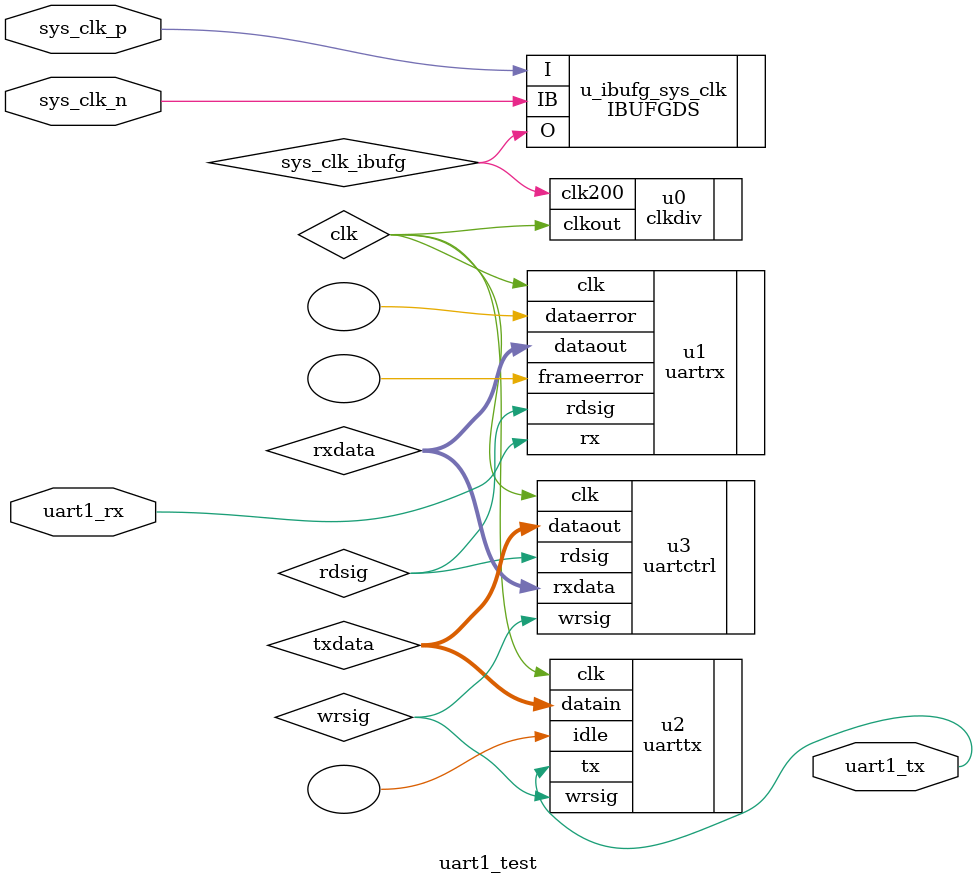
<source format=v>
`timescale 1ns / 1ps
module uart1_test(
         input sys_clk_p,                      // ¿ª·¢°åÉÏ²î·ÖÊäÈëÊ±ÖÓP: 200Mhz
         input sys_clk_n,                      // ¿ª·¢°åÉÏ²î·ÖÊäÈëÊ±ÖÓN: 200Mhz
         input uart1_rx,                       // UART´®¿Ú½ÓÊÕ
         output uart1_tx);                     // UARTT´®¿Ú·¢ËÍ

////////////////²î·ÖÊ±ÖÓ×ª»»³Éµ¥¶ËÊ±ÖÓ////////////////////////
wire sys_clk_ibufg;
 IBUFGDS #
       (
        .DIFF_TERM    ("FALSE"),
        .IBUF_LOW_PWR ("FALSE")
        )
       u_ibufg_sys_clk
         (
          .I  (sys_clk_p),
          .IB (sys_clk_n),
          .O  (sys_clk_ibufg)
          );

wire clk;       //clock for 9600 uart port
wire [7:0] txdata,rxdata;     //´®¿Ú·¢ËÍÊý¾ÝºÍ´®¿Ú½ÓÊÕÊý¾Ý



//²úÉúÊ±ÖÓµÄÆµÂÊÎª16*9600
clkdiv u0 (
		.clk200                  (sys_clk_ibufg),       //200MhzµÄ¾§ÕñÊäÈë                     
		.clkout                  (clk)                  //16±¶²¨ÌØÂÊµÄÊ±ÖÓ                        
 );

//´®¿Ú½ÓÊÕ³ÌÐò
uartrx u1 (
		.clk                     (clk),                 //16±¶²¨ÌØÂÊµÄÊ±ÖÓ 
        .rx	                     (uart1_rx),  	        //´®¿Ú½ÓÊÕ
		.dataout                 (rxdata),              //uart ½ÓÊÕµ½µÄÊý¾Ý,Ò»¸ö×Ö½Ú                     
        .rdsig                   (rdsig),               //uart ½ÓÊÕµ½Êý¾ÝÓÐÐ§ 
		.dataerror               (),
		.frameerror              ()
);

//´®¿Ú·¢ËÍ³ÌÐò
uarttx u2 (
		.clk                     (clk),                  //16±¶²¨ÌØÂÊµÄÊ±ÖÓ  
	    .tx                      (uart1_tx),			 //´®¿Ú·¢ËÍ
		.datain                  (txdata),               //uart ·¢ËÍµÄÊý¾Ý   
        .wrsig                   (wrsig),                //uart ·¢ËÍµÄÊý¾ÝÓÐÐ§  
        .idle                    () 	
	
 );

//´®¿ÚÊý¾Ý·¢ËÍ¿ØÖÆ³ÌÐò
uartctrl u3 (
		.clk                     (clk),                           
		.rdsig                   (rdsig),                //uart ½ÓÊÕµ½Êý¾ÝÓÐÐ§   
        .rxdata                  (rxdata), 		         //uart ½ÓÊÕµ½µÄÊý¾Ý 
        .wrsig                   (wrsig),                //uart ·¢ËÍµÄÊý¾ÝÓÐÐ§  
        .dataout                 (txdata)	             //uart ·¢ËÍµÄÊý¾Ý£¬Ò»¸ö×Ö½Ú 
	
 );
 

endmodule


</source>
